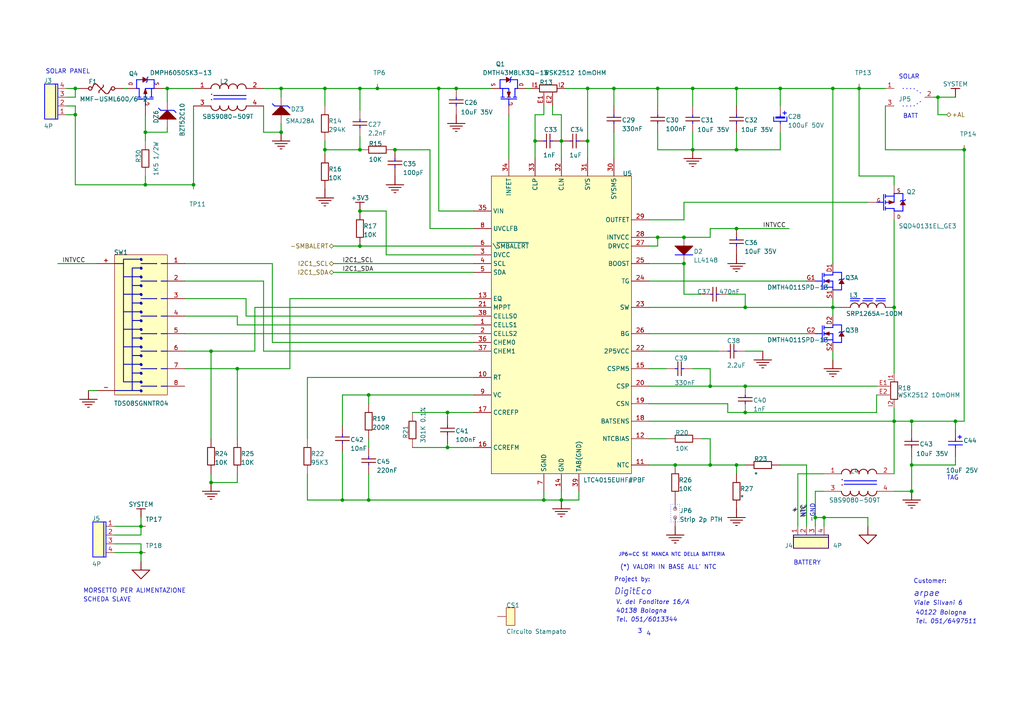
<source format=kicad_sch>
(kicad_sch (version 20230121) (generator eeschema)
  (paper "A4")
  (title_block (title "Stima V4 Power") (rev "1.1"))
  (junction (at 277.114 122.174))
  (junction (at 213.614 66.294))
  (junction (at 61.214 101.854))
  (junction (at 127.254 25.654))
  (junction (at 61.214 139.954))
  (junction (at 200.914 43.434))
  (junction (at 42.164 53.594))
  (junction (at 190.754 25.654))
  (junction (at 106.934 114.554))
  (junction (at 264.414 134.874))
  (junction (at 236.474 150.114))
  (junction (at 94.234 43.434))
  (junction (at 114.554 43.434))
  (junction (at 264.414 122.174))
  (junction (at 104.394 71.374))
  (junction (at 239.014 150.114))
  (junction (at 109.474 25.654))
  (junction (at 198.374 76.454))
  (junction (at 106.934 145.034))
  (junction (at 200.914 25.654))
  (junction (at 249.174 25.654))
  (junction (at 178.054 25.654))
  (junction (at 170.434 25.654))
  (junction (at 104.394 43.434))
  (junction (at 162.814 145.034))
  (junction (at 99.314 145.034))
  (junction (at 241.554 25.654))
  (junction (at 170.434 40.894))
  (junction (at 104.394 25.654))
  (junction (at 213.614 25.654))
  (junction (at 94.234 25.654))
  (junction (at 56.134 53.594))
  (junction (at 259.334 89.154))
  (junction (at 213.614 43.434))
  (junction (at 272.034 28.194))
  (junction (at 216.154 119.634))
  (junction (at 216.154 112.014))
  (junction (at 205.994 112.014))
  (junction (at 40.894 152.654))
  (junction (at 129.794 119.634))
  (junction (at 205.994 134.874))
  (junction (at 42.164 38.354))
  (junction (at 216.154 89.154))
  (junction (at 48.514 25.654))
  (junction (at 241.554 89.154))
  (junction (at 21.844 25.654))
  (junction (at 157.734 145.034))
  (junction (at 195.834 134.874))
  (junction (at 129.794 129.794))
  (junction (at 162.814 40.894))
  (junction (at 68.834 106.934))
  (junction (at 213.614 134.874))
  (junction (at 81.534 25.654))
  (junction (at 155.194 40.894))
  (junction (at 40.894 160.274))
  (junction (at 21.844 33.274))
  (junction (at 190.754 68.834))
  (junction (at 132.334 25.654))
  (junction (at 198.374 68.834))
  (junction (at 264.414 142.494))
  (junction (at 104.394 61.214))
  (junction (at 81.534 38.354))
  (junction (at 259.334 122.174))
  (junction (at 226.314 25.654))
  (junction (at 279.654 43.434))
  (wire (pts (xy 21.844 53.594) (xy 21.844 33.274)) (stroke (width 0.254)))
  (wire (pts (xy 198.374 68.834) (xy 205.994 68.834)) (stroke (width 0.254)))
  (wire (pts (xy 94.234 44.704) (xy 94.234 43.434)) (stroke (width 0.254)))
  (wire (pts (xy 106.934 145.034) (xy 157.734 145.034)) (stroke (width 0.254)))
  (wire (pts (xy 213.614 66.294) (xy 228.854 66.294)) (stroke (width 0.254)))
  (wire (pts (xy 157.734 145.034) (xy 162.814 145.034)) (stroke (width 0.254)))
  (wire (pts (xy 188.214 96.774) (xy 233.934 96.774)) (stroke (width 0.254)))
  (wire (pts (xy 37.084 25.654) (xy 35.814 25.654)) (stroke (width 0.254)))
  (wire (pts (xy 157.734 30.734) (xy 157.734 33.274)) (stroke (width 0.254)))
  (wire (pts (xy 231.394 137.414) (xy 239.014 137.414)) (stroke (width 0.254)))
  (wire (pts (xy 216.154 101.854) (xy 221.234 101.854)) (stroke (width 0.254)))
  (wire (pts (xy 236.474 150.114) (xy 239.014 150.114)) (stroke (width 0.254)))
  (wire (pts (xy 205.994 66.294) (xy 213.614 66.294)) (stroke (width 0.254)))
  (wire (pts (xy 270.764 28.194) (xy 272.034 28.194)) (stroke (width 0.254)))
  (wire (pts (xy 272.034 28.194) (xy 272.034 33.274)) (stroke (width 0.254)))
  (wire (pts (xy 89.154 145.034) (xy 99.314 145.034)) (stroke (width 0.254)))
  (wire (pts (xy 193.294 106.934) (xy 188.214 106.934)) (stroke (width 0.254)))
  (wire (pts (xy 244.094 89.154) (xy 241.554 89.154)) (stroke (width 0.254)))
  (wire (pts (xy 40.894 152.654) (xy 40.894 150.114)) (stroke (width 0.254)))
  (wire (pts (xy 106.934 114.554) (xy 99.314 114.554)) (stroke (width 0.254)))
  (wire (pts (xy 170.434 40.894) (xy 170.434 25.654)) (stroke (width 0.254)))
  (wire (pts (xy 241.554 89.154) (xy 241.554 86.614)) (stroke (width 0.254)))
  (wire (pts (xy 106.934 137.414) (xy 106.934 145.034)) (stroke (width 0.254)))
  (wire (pts (xy 249.174 51.054) (xy 249.174 25.654)) (stroke (width 0.254)))
  (wire (pts (xy 211.074 85.344) (xy 216.154 85.344)) (stroke (width 0.254)))
  (wire (pts (xy 78.994 99.314) (xy 78.994 76.454)) (stroke (width 0.254)))
  (wire (pts (xy 190.754 38.354) (xy 190.754 43.434)) (stroke (width 0.254)))
  (wire (pts (xy 162.814 142.494) (xy 162.814 145.034)) (stroke (width 0.254)))
  (wire (pts (xy 137.414 78.994) (xy 96.774 78.994)) (stroke (width 0.254)))
  (wire (pts (xy 137.414 76.454) (xy 96.774 76.454)) (stroke (width 0.254)))
  (wire (pts (xy 71.374 86.614) (xy 53.594 86.614)) (stroke (width 0.254)))
  (wire (pts (xy 157.734 142.494) (xy 157.734 145.034)) (stroke (width 0.254)))
  (wire (pts (xy 94.234 43.434) (xy 94.234 40.894)) (stroke (width 0.254)))
  (wire (pts (xy 42.164 38.354) (xy 42.164 40.894)) (stroke (width 0.254)))
  (wire (pts (xy 157.734 33.274) (xy 155.194 33.274)) (stroke (width 0.254)))
  (wire (pts (xy 155.194 40.894) (xy 155.194 45.974)) (stroke (width 0.254)))
  (wire (pts (xy 40.894 155.194) (xy 40.894 152.654)) (stroke (width 0.254)))
  (wire (pts (xy 205.994 134.874) (xy 213.614 134.874)) (stroke (width 0.254)))
  (wire (pts (xy 71.374 91.694) (xy 71.374 86.614)) (stroke (width 0.254)))
  (wire (pts (xy 61.214 101.854) (xy 53.594 101.854)) (stroke (width 0.254)))
  (wire (pts (xy 200.914 106.934) (xy 205.994 106.934)) (stroke (width 0.254)))
  (wire (pts (xy 254.254 119.634) (xy 254.254 114.554)) (stroke (width 0.254)))
  (wire (pts (xy 190.754 68.834) (xy 198.374 68.834)) (stroke (width 0.254)))
  (wire (pts (xy 188.214 127.254) (xy 193.294 127.254)) (stroke (width 0.254)))
  (wire (pts (xy 198.374 76.454) (xy 198.374 85.344)) (stroke (width 0.254)))
  (wire (pts (xy 190.754 25.654) (xy 178.054 25.654)) (stroke (width 0.254)))
  (wire (pts (xy 119.634 129.794) (xy 129.794 129.794)) (stroke (width 0.254)))
  (wire (pts (xy 277.114 134.874) (xy 264.414 134.874)) (stroke (width 0.254)))
  (wire (pts (xy 264.414 134.874) (xy 264.414 132.334)) (stroke (width 0.254)))
  (wire (pts (xy 99.314 131.064) (xy 99.314 145.034)) (stroke (width 0.254)))
  (wire (pts (xy 178.054 38.354) (xy 178.054 45.974)) (stroke (width 0.254)))
  (wire (pts (xy 213.614 43.434) (xy 226.314 43.434)) (stroke (width 0.254)))
  (wire (pts (xy 84.074 106.934) (xy 68.834 106.934)) (stroke (width 0.254)))
  (wire (pts (xy 226.314 30.734) (xy 226.314 25.654)) (stroke (width 0.254)))
  (wire (pts (xy 190.754 43.434) (xy 200.914 43.434)) (stroke (width 0.254)))
  (wire (pts (xy 124.714 43.434) (xy 114.554 43.434)) (stroke (width 0.254)))
  (wire (pts (xy 216.154 119.634) (xy 254.254 119.634)) (stroke (width 0.254)))
  (wire (pts (xy 170.434 40.894) (xy 170.434 45.974)) (stroke (width 0.254)))
  (wire (pts (xy 104.394 71.374) (xy 96.774 71.374)) (stroke (width 0.254)))
  (wire (pts (xy 137.414 109.474) (xy 89.154 109.474)) (stroke (width 0.254)))
  (wire (pts (xy 104.394 25.654) (xy 109.474 25.654)) (stroke (width 0.254)))
  (wire (pts (xy 76.454 38.354) (xy 81.534 38.354)) (stroke (width 0.254)))
  (wire (pts (xy 68.834 91.694) (xy 53.594 91.694)) (stroke (width 0.254)))
  (wire (pts (xy 68.834 139.954) (xy 61.214 139.954)) (stroke (width 0.254)))
  (wire (pts (xy 99.314 145.034) (xy 106.934 145.034)) (stroke (width 0.254)))
  (wire (pts (xy 68.834 137.414) (xy 68.834 139.954)) (stroke (width 0.254)))
  (wire (pts (xy 205.994 68.834) (xy 205.994 66.294)) (stroke (width 0.254)))
  (wire (pts (xy 78.994 76.454) (xy 53.594 76.454)) (stroke (width 0.254)))
  (wire (pts (xy 48.514 25.654) (xy 56.134 25.654)) (stroke (width 0.254)))
  (wire (pts (xy 84.074 86.614) (xy 84.074 106.934)) (stroke (width 0.254)))
  (wire (pts (xy 236.474 150.114) (xy 236.474 142.494)) (stroke (width 0.254)))
  (wire (pts (xy 73.914 89.154) (xy 73.914 101.854)) (stroke (width 0.254)))
  (wire (pts (xy 213.614 25.654) (xy 200.914 25.654)) (stroke (width 0.254)))
  (wire (pts (xy 162.814 33.274) (xy 162.814 40.894)) (stroke (width 0.254)))
  (wire (pts (xy 129.794 128.524) (xy 129.794 129.794)) (stroke (width 0.254)))
  (wire (pts (xy 33.274 152.654) (xy 40.894 152.654)) (stroke (width 0.254)))
  (wire (pts (xy 195.834 134.874) (xy 205.994 134.874)) (stroke (width 0.254)))
  (wire (pts (xy 94.234 30.734) (xy 94.234 25.654)) (stroke (width 0.254)))
  (wire (pts (xy 40.894 157.734) (xy 33.274 157.734)) (stroke (width 0.254)))
  (wire (pts (xy 259.334 142.494) (xy 264.414 142.494)) (stroke (width 0.254)))
  (wire (pts (xy 104.394 25.654) (xy 104.394 32.004)) (stroke (width 0.254)))
  (wire (pts (xy 73.914 101.854) (xy 61.214 101.854)) (stroke (width 0.254)))
  (wire (pts (xy 188.214 134.874) (xy 195.834 134.874)) (stroke (width 0.254)))
  (wire (pts (xy 124.714 66.294) (xy 124.714 43.434)) (stroke (width 0.254)))
  (wire (pts (xy 251.714 150.114) (xy 251.714 152.654)) (stroke (width 0.254)))
  (wire (pts (xy 16.764 76.454) (xy 28.194 76.454)) (stroke (width 0.254)))
  (wire (pts (xy 188.214 117.094) (xy 211.074 117.094)) (stroke (width 0.254)))
  (wire (pts (xy 233.934 152.654) (xy 233.934 134.874)) (stroke (width 0.254)))
  (wire (pts (xy 178.054 25.654) (xy 170.434 25.654)) (stroke (width 0.254)))
  (wire (pts (xy 137.414 73.914) (xy 112.014 73.914)) (stroke (width 0.254)))
  (wire (pts (xy 205.994 112.014) (xy 188.214 112.014)) (stroke (width 0.254)))
  (wire (pts (xy 61.214 127.254) (xy 61.214 101.854)) (stroke (width 0.254)))
  (wire (pts (xy 106.934 127.254) (xy 106.934 129.794)) (stroke (width 0.254)))
  (wire (pts (xy 213.614 134.874) (xy 216.154 134.874)) (stroke (width 0.254)))
  (wire (pts (xy 33.274 160.274) (xy 40.894 160.274)) (stroke (width 0.254)))
  (wire (pts (xy 213.614 137.414) (xy 213.614 134.874)) (stroke (width 0.254)))
  (wire (pts (xy 160.274 33.274) (xy 162.814 33.274)) (stroke (width 0.254)))
  (wire (pts (xy 47.244 25.654) (xy 48.514 25.654)) (stroke (width 0.254)))
  (wire (pts (xy 21.844 25.654) (xy 19.304 25.654)) (stroke (width 0.254)))
  (wire (pts (xy 190.754 71.374) (xy 190.754 68.834)) (stroke (width 0.254)))
  (wire (pts (xy 272.034 33.274) (xy 274.574 33.274)) (stroke (width 0.254)))
  (wire (pts (xy 205.994 127.254) (xy 203.454 127.254)) (stroke (width 0.254)))
  (wire (pts (xy 259.334 122.174) (xy 264.414 122.174)) (stroke (width 0.254)))
  (wire (pts (xy 259.334 53.594) (xy 259.334 51.054)) (stroke (width 0.254)))
  (wire (pts (xy 188.214 68.834) (xy 190.754 68.834)) (stroke (width 0.254)))
  (wire (pts (xy 160.274 30.734) (xy 160.274 33.274)) (stroke (width 0.254)))
  (wire (pts (xy 155.194 33.274) (xy 155.194 40.894)) (stroke (width 0.254)))
  (wire (pts (xy 137.414 94.234) (xy 68.834 94.234)) (stroke (width 0.254)))
  (wire (pts (xy 129.794 119.634) (xy 119.634 119.634)) (stroke (width 0.254)))
  (wire (pts (xy 129.794 129.794) (xy 137.414 129.794)) (stroke (width 0.254)))
  (wire (pts (xy 19.304 28.194) (xy 21.844 28.194)) (stroke (width 0.254)))
  (wire (pts (xy 264.414 122.174) (xy 264.414 124.714)) (stroke (width 0.254)))
  (wire (pts (xy 231.394 152.654) (xy 231.394 137.414)) (stroke (width 0.254)))
  (wire (pts (xy 264.414 122.174) (xy 277.114 122.174)) (stroke (width 0.254)))
  (wire (pts (xy 152.654 25.654) (xy 153.924 25.654)) (stroke (width 0.254)))
  (wire (pts (xy 259.334 51.054) (xy 249.174 51.054)) (stroke (width 0.254)))
  (wire (pts (xy 56.134 53.594) (xy 42.164 53.594)) (stroke (width 0.254)))
  (wire (pts (xy 112.014 61.214) (xy 104.394 61.214)) (stroke (width 0.254)))
  (wire (pts (xy 127.254 25.654) (xy 132.334 25.654)) (stroke (width 0.254)))
  (wire (pts (xy 239.014 150.114) (xy 239.014 152.654)) (stroke (width 0.254)))
  (wire (pts (xy 264.414 142.494) (xy 264.414 134.874)) (stroke (width 0.254)))
  (wire (pts (xy 200.914 25.654) (xy 190.754 25.654)) (stroke (width 0.254)))
  (wire (pts (xy 40.894 160.274) (xy 40.894 157.734)) (stroke (width 0.254)))
  (wire (pts (xy 170.434 25.654) (xy 164.084 25.654)) (stroke (width 0.254)))
  (wire (pts (xy 277.114 122.174) (xy 277.114 124.714)) (stroke (width 0.254)))
  (wire (pts (xy 162.814 145.034) (xy 167.894 145.034)) (stroke (width 0.254)))
  (wire (pts (xy 137.414 86.614) (xy 84.074 86.614)) (stroke (width 0.254)))
  (wire (pts (xy 241.554 91.694) (xy 241.554 89.154)) (stroke (width 0.254)))
  (wire (pts (xy 213.614 43.434) (xy 213.614 38.354)) (stroke (width 0.254)))
  (wire (pts (xy 200.914 30.734) (xy 200.914 25.654)) (stroke (width 0.254)))
  (wire (pts (xy 205.994 134.874) (xy 205.994 127.254)) (stroke (width 0.254)))
  (wire (pts (xy 226.314 25.654) (xy 213.614 25.654)) (stroke (width 0.254)))
  (wire (pts (xy 81.534 25.654) (xy 81.534 28.194)) (stroke (width 0.254)))
  (wire (pts (xy 40.894 162.814) (xy 40.894 160.274)) (stroke (width 0.254)))
  (wire (pts (xy 137.414 71.374) (xy 104.394 71.374)) (stroke (width 0.254)))
  (wire (pts (xy 216.154 85.344) (xy 216.154 89.154)) (stroke (width 0.254)))
  (wire (pts (xy 106.934 114.554) (xy 106.934 117.094)) (stroke (width 0.254)))
  (wire (pts (xy 188.214 101.854) (xy 208.534 101.854)) (stroke (width 0.254)))
  (wire (pts (xy 137.414 119.634) (xy 129.794 119.634)) (stroke (width 0.254)))
  (wire (pts (xy 56.134 30.734) (xy 56.134 53.594)) (stroke (width 0.254)))
  (wire (pts (xy 254.254 112.014) (xy 216.154 112.014)) (stroke (width 0.254)))
  (wire (pts (xy 28.194 113.284) (xy 25.654 113.284)) (stroke (width 0.254)))
  (wire (pts (xy 167.894 145.034) (xy 167.894 142.494)) (stroke (width 0.254)))
  (wire (pts (xy 94.234 25.654) (xy 104.394 25.654)) (stroke (width 0.254)))
  (wire (pts (xy 89.154 109.474) (xy 89.154 127.254)) (stroke (width 0.254)))
  (wire (pts (xy 68.834 106.934) (xy 53.594 106.934)) (stroke (width 0.254)))
  (wire (pts (xy 188.214 76.454) (xy 198.374 76.454)) (stroke (width 0.254)))
  (wire (pts (xy 188.214 63.754) (xy 198.374 63.754)) (stroke (width 0.254)))
  (wire (pts (xy 198.374 63.754) (xy 198.374 58.674)) (stroke (width 0.254)))
  (wire (pts (xy 241.554 25.654) (xy 241.554 76.454)) (stroke (width 0.254)))
  (wire (pts (xy 137.414 66.294) (xy 124.714 66.294)) (stroke (width 0.254)))
  (wire (pts (xy 233.934 134.874) (xy 226.314 134.874)) (stroke (width 0.254)))
  (wire (pts (xy 137.414 101.854) (xy 76.454 101.854)) (stroke (width 0.254)))
  (wire (pts (xy 162.814 40.894) (xy 162.814 45.974)) (stroke (width 0.254)))
  (wire (pts (xy 216.154 89.154) (xy 241.554 89.154)) (stroke (width 0.254)))
  (wire (pts (xy 21.844 30.734) (xy 19.304 30.734)) (stroke (width 0.254)))
  (wire (pts (xy 68.834 127.254) (xy 68.834 106.934)) (stroke (width 0.254)))
  (wire (pts (xy 188.214 122.174) (xy 259.334 122.174)) (stroke (width 0.254)))
  (wire (pts (xy 272.034 28.194) (xy 277.114 28.194)) (stroke (width 0.254)))
  (wire (pts (xy 127.254 61.214) (xy 127.254 25.654)) (stroke (width 0.254)))
  (wire (pts (xy 188.214 81.534) (xy 233.934 81.534)) (stroke (width 0.254)))
  (wire (pts (xy 259.334 108.204) (xy 259.334 89.154)) (stroke (width 0.254)))
  (wire (pts (xy 236.474 142.494) (xy 239.014 142.494)) (stroke (width 0.254)))
  (wire (pts (xy 236.474 152.654) (xy 236.474 150.114)) (stroke (width 0.254)))
  (wire (pts (xy 23.114 25.654) (xy 21.844 25.654)) (stroke (width 0.254)))
  (wire (pts (xy 137.414 96.774) (xy 53.594 96.774)) (stroke (width 0.254)))
  (wire (pts (xy 249.174 25.654) (xy 241.554 25.654)) (stroke (width 0.254)))
  (wire (pts (xy 241.554 104.394) (xy 241.554 101.854)) (stroke (width 0.254)))
  (wire (pts (xy 42.164 51.054) (xy 42.164 53.594)) (stroke (width 0.254)))
  (wire (pts (xy 61.214 139.954) (xy 61.214 137.414)) (stroke (width 0.254)))
  (wire (pts (xy 33.274 155.194) (xy 40.894 155.194)) (stroke (width 0.254)))
  (wire (pts (xy 21.844 28.194) (xy 21.844 25.654)) (stroke (width 0.254)))
  (wire (pts (xy 216.154 112.014) (xy 205.994 112.014)) (stroke (width 0.254)))
  (wire (pts (xy 200.914 43.434) (xy 213.614 43.434)) (stroke (width 0.254)))
  (wire (pts (xy 259.334 118.364) (xy 259.334 122.174)) (stroke (width 0.254)))
  (wire (pts (xy 112.014 73.914) (xy 112.014 61.214)) (stroke (width 0.254)))
  (wire (pts (xy 211.074 119.634) (xy 216.154 119.634)) (stroke (width 0.254)))
  (wire (pts (xy 132.334 25.654) (xy 142.494 25.654)) (stroke (width 0.254)))
  (wire (pts (xy 277.114 122.174) (xy 279.654 122.174)) (stroke (width 0.254)))
  (wire (pts (xy 188.214 71.374) (xy 190.754 71.374)) (stroke (width 0.254)))
  (wire (pts (xy 279.654 43.434) (xy 256.794 43.434)) (stroke (width 0.254)))
  (wire (pts (xy 277.114 132.334) (xy 277.114 134.874)) (stroke (width 0.254)))
  (wire (pts (xy 19.304 33.274) (xy 21.844 33.274)) (stroke (width 0.254)))
  (wire (pts (xy 190.754 30.734) (xy 190.754 25.654)) (stroke (width 0.254)))
  (wire (pts (xy 137.414 89.154) (xy 73.914 89.154)) (stroke (width 0.254)))
  (wire (pts (xy 256.794 25.654) (xy 249.174 25.654)) (stroke (width 0.254)))
  (wire (pts (xy 137.414 61.214) (xy 127.254 61.214)) (stroke (width 0.254)))
  (wire (pts (xy 109.474 25.654) (xy 127.254 25.654)) (stroke (width 0.254)))
  (wire (pts (xy 198.374 85.344) (xy 203.454 85.344)) (stroke (width 0.254)))
  (wire (pts (xy 239.014 150.114) (xy 251.714 150.114)) (stroke (width 0.254)))
  (wire (pts (xy 48.514 29.464) (xy 48.514 25.654)) (stroke (width 0.254)))
  (wire (pts (xy 104.394 39.624) (xy 104.394 43.434)) (stroke (width 0.254)))
  (wire (pts (xy 137.414 91.694) (xy 71.374 91.694)) (stroke (width 0.254)))
  (wire (pts (xy 256.794 43.434) (xy 256.794 30.734)) (stroke (width 0.254)))
  (wire (pts (xy 137.414 114.554) (xy 106.934 114.554)) (stroke (width 0.254)))
  (wire (pts (xy 48.514 38.354) (xy 48.514 37.084)) (stroke (width 0.254)))
  (wire (pts (xy 89.154 137.414) (xy 89.154 145.034)) (stroke (width 0.254)))
  (wire (pts (xy 76.454 81.534) (xy 53.594 81.534)) (stroke (width 0.254)))
  (wire (pts (xy 129.794 120.904) (xy 129.794 119.634)) (stroke (width 0.254)))
  (wire (pts (xy 99.314 114.554) (xy 99.314 123.444)) (stroke (width 0.254)))
  (wire (pts (xy 279.654 122.174) (xy 279.654 43.434)) (stroke (width 0.254)))
  (wire (pts (xy 241.554 25.654) (xy 226.314 25.654)) (stroke (width 0.254)))
  (wire (pts (xy 104.394 43.434) (xy 94.234 43.434)) (stroke (width 0.254)))
  (wire (pts (xy 68.834 94.234) (xy 68.834 91.694)) (stroke (width 0.254)))
  (wire (pts (xy 42.164 38.354) (xy 48.514 38.354)) (stroke (width 0.254)))
  (wire (pts (xy 76.454 101.854) (xy 76.454 81.534)) (stroke (width 0.254)))
  (wire (pts (xy 200.914 43.434) (xy 200.914 38.354)) (stroke (width 0.254)))
  (wire (pts (xy 211.074 117.094) (xy 211.074 119.634)) (stroke (width 0.254)))
  (wire (pts (xy 21.844 33.274) (xy 21.844 30.734)) (stroke (width 0.254)))
  (wire (pts (xy 76.454 30.734) (xy 76.454 38.354)) (stroke (width 0.254)))
  (wire (pts (xy 198.374 58.674) (xy 251.714 58.674)) (stroke (width 0.254)))
  (wire (pts (xy 147.574 33.274) (xy 147.574 45.974)) (stroke (width 0.254)))
  (wire (pts (xy 178.054 30.734) (xy 178.054 25.654)) (stroke (width 0.254)))
  (wire (pts (xy 226.314 43.434) (xy 226.314 38.354)) (stroke (width 0.254)))
  (wire (pts (xy 137.414 99.314) (xy 78.994 99.314)) (stroke (width 0.254)))
  (wire (pts (xy 216.154 89.154) (xy 188.214 89.154)) (stroke (width 0.254)))
  (wire (pts (xy 42.164 53.594) (xy 21.844 53.594)) (stroke (width 0.254)))
  (wire (pts (xy 81.534 38.354) (xy 81.534 35.814)) (stroke (width 0.254)))
  (wire (pts (xy 76.454 25.654) (xy 81.534 25.654)) (stroke (width 0.254)))
  (wire (pts (xy 259.334 89.154) (xy 259.334 63.754)) (stroke (width 0.254)))
  (wire (pts (xy 81.534 25.654) (xy 94.234 25.654)) (stroke (width 0.254)))
  (wire (pts (xy 213.614 30.734) (xy 213.614 25.654)) (stroke (width 0.254)))
  (wire (pts (xy 205.994 106.934) (xy 205.994 112.014)) (stroke (width 0.254)))
  (wire (pts (xy 259.334 137.414) (xy 259.334 122.174)) (stroke (width 0.254)))
  (wire (pts (xy 42.164 33.274) (xy 42.164 38.354)) (stroke (width 0.254)))
  (text "4" (at 187.452 184.658 0) (effects (font (size 1.27 1.27)) (justify left bottom)))
  (text "Viale Silvani 6" (at 264.922 175.768 0) (effects (font (size 1.27 1.27) italic) (justify left bottom)))
  (text "SCHEDA SLAVE" (at 24.13 174.752 0) (effects (font (size 1.27 1.27)) (justify left bottom)))
  (text "MORSETTO PER ALIMENTAZIONE" (at 24.13 172.212 0) (effects (font (size 1.27 1.27)) (justify left bottom)))
  (text "+" (at 231.394 148.844 90) (effects (font (size 1.27 1.27)) (justify left bottom)))
  (text "JP6=CC SE MANCA NTC DELLA BATTERIA" (at 179.324 161.544 0) (effects (font (size 1.016 1.016)) (justify left bottom)))
  (text "DigitEco" (at 178.054 172.72 0) (effects (font (size 1.778 1.778) italic) (justify left bottom)))
  (text "" (at 265.43 178.562 0) (effects (font (size 1.27 1.27) italic) (justify left bottom)))
  (text "" (at 265.43 181.102 0) (effects (font (size 1.27 1.27) italic) (justify left bottom)))
  (text "BATT" (at 261.874 34.544 0) (effects (font (size 1.27 1.27)) (justify left bottom)))
  (text "Tel. 051/6013344" (at 178.562 180.594 0) (effects (font (size 1.27 1.27) italic) (justify left bottom)))
  (text "Tel. 051/6497511" (at 265.43 181.102 0) (effects (font (size 1.27 1.27) italic) (justify left bottom)))
  (text "V. del Fonditore 16/A" (at 178.562 175.514 0) (effects (font (size 1.27 1.27) italic) (justify left bottom)))
  (text "(*) VALORI IN BASE ALL' NTC" (at 179.832 165.354 0) (effects (font (size 1.27 1.27)) (justify left bottom)))
  (text "Customer:" (at 264.922 169.418 0) (effects (font (size 1.27 1.27)) (justify left bottom)))
  (text "40122 Bologna" (at 265.43 178.562 0) (effects (font (size 1.27 1.27) italic) (justify left bottom)))
  (text "TAG" (at 274.574 139.446 0) (effects (font (size 1.27 1.27)) (justify left bottom)))
  (text "40138 Bologna" (at 178.562 178.054 0) (effects (font (size 1.27 1.27) italic) (justify left bottom)))
  (text "NTC" (at 233.934 150.114 90) (effects (font (size 1.27 1.27)) (justify left bottom)))
  (text "arpae" (at 264.922 173.228 0) (effects (font (size 1.778 1.778) italic) (justify left bottom)))
  (text "SOLAR PANEL" (at 13.208 21.59 0) (effects (font (size 1.27 1.27)) (justify left bottom)))
  (text "" (at 264.922 173.228 0) (effects (font (size 1.778 1.778) italic) (justify left bottom)))
  (text "SOLAR" (at 260.604 23.114 0) (effects (font (size 1.27 1.27)) (justify left bottom)))
  (text "3" (at 184.912 183.896 0) (effects (font (size 1.27 1.27)) (justify left bottom)))
  (text "BATTERY" (at 230.124 164.084 0) (effects (font (size 1.27 1.27)) (justify left bottom)))
  (text "GND" (at 236.474 150.114 90) (effects (font (size 1.27 1.27)) (justify left bottom)))
  (text "Project by:" (at 178.054 168.91 0) (effects (font (size 1.27 1.27)) (justify left bottom)))
  (text "" (at 265.43 176.022 0) (effects (font (size 1.27 1.27) italic) (justify left bottom)))
  (label "I2C1_SCL" (at 99.314 76.454 180))
  (label "I2C1_SDA" (at 99.314 78.994 180))
  (label "INTVCC" (at 221.234 66.294 180))
  (label "+" (at 231.394 148.844 270))
  (label "-" (at 236.474 151.384 270))
  (label "NTC" (at 233.934 150.114 270))
  (label "INTVCC" (at 18.034 76.454 180))
  (hierarchical_label "I2C1_SCL" (shape bidirectional) (at 96.774 76.454 180))
  (hierarchical_label "-SMBALERT" (shape bidirectional) (at 96.774 71.374 180))
  (hierarchical_label "+AL" (shape bidirectional) (at 274.574 33.274 0))
  (hierarchical_label "I2C1_SDA" (shape bidirectional) (at 96.774 78.994 180))
  (symbol (lib_id "Stima V4 Power R1_1-altium-import:EGND") (at 251.714 152.654 0) (unit 1)
    (property "Reference" "#PWR?" (effects hide))
    (property "Value" "EGND" (effects hide))
  )
  (symbol (lib_id "Stima V4 Power R1_1-altium-import:root_1_Res 0603") (at 193.294 142.494 0) (unit 1)
    (property "Reference" "R26" (at 196.85 139.954 0) (effects (justify left bottom)))
    (property "Value" "10K" (at 196.85 142.494 0) (effects (justify left bottom)))
    (property "Footprint" "0603" (effects hide))
    (property "ALTIUM_VALUE" "10K" (effects hide))
    (property "PRECISION" "1%" (effects hide))
    (property "PACKAGE REFERENCE" "0603" (effects hide))
    (property "POWER" "1/10W" (effects hide))
  )
  (symbol (lib_id "Stima V4 Power R1_1-altium-import:root_1_C0603") (at 205.994 85.344 0) (unit 1)
    (property "Reference" "C37" (at 202.184 85.344 0) (effects (justify left bottom)))
    (property "Value" "470nF" (at 208.534 85.344 0) (effects (justify left bottom)))
    (property "Footprint" "0603" (effects hide))
    (property "PACKAGE REFERENCE" "0603" (effects hide))
    (property "TYPE" "Multistrato X5R/X7R" (effects hide))
    (property "ALTIUM_VALUE" "470nF" (effects hide))
    (property "VOLTAGE" "50V" (effects hide))
  )
  (symbol (lib_id "Stima V4 Power R1_1-altium-import:root_0_FILTRO KEMETSBS9080") (at 239.014 137.414 0) (unit 1)
    (property "Reference" "L4" (at 246.634 137.414 0) (effects (justify left bottom)))
    (property "Value" "SBS9080-509T" (at 240.419 145.796 0) (effects (justify left bottom)))
    (property "Footprint" "FILTRO KEMET SBS9080-MIO" (effects hide))
    (property "PACKAGE REFERENCE" "SMD" (effects hide))
  )
  (symbol (lib_id "Stima V4 Power R1_1-altium-import:root_0_JUMP1") (at 194.564 146.304 0) (unit 1)
    (property "Reference" "JP6" (at 197.104 148.844 0) (effects (justify left bottom)))
    (property "Value" "Strip 2p PTH" (at 197.104 151.384 0) (effects (justify left bottom)))
    (property "Footprint" "STRIP2P" (effects hide))
  )
  (symbol (lib_id "Stima V4 Power R1_1-altium-import:root_0_JUMP3S") (at 260.604 25.654 0) (unit 1)
    (property "Reference" "JP5" (at 260.604 29.464 0) (effects (justify left bottom)))
    (property "Value" "JUMP3S" (effects hide))
    (property "Footprint" "JUMP3S" (effects hide))
  )
  (symbol (lib_id "Stima V4 Power R1_1-altium-import:root_1_Res 0603") (at 66.294 134.874 0) (unit 1)
    (property "Reference" "R25" (at 69.85 132.334 0) (effects (justify left bottom)))
    (property "Value" "10K" (at 69.85 134.874 0) (effects (justify left bottom)))
    (property "Footprint" "0603" (effects hide))
    (property "ALTIUM_VALUE" "10K" (effects hide))
    (property "PRECISION" "1%" (effects hide))
    (property "PACKAGE REFERENCE" "0603" (effects hide))
    (property "POWER" "1/10W" (effects hide))
  )
  (symbol (lib_id "Stima V4 Power R1_1-altium-import:GND") (at 81.534 38.354 0) (unit 1)
    (property "Reference" "#PWR?" (effects hide))
    (property "Value" "GND" (effects hide))
  )
  (symbol (lib_id "Stima V4 Power R1_1-altium-import:root_0_FILTRO KEMETSBS9080") (at 56.134 25.654 0) (unit 1)
    (property "Reference" "L2" (at 63.754 24.384 0) (effects (justify left bottom)))
    (property "Value" "SBS9080-509T" (at 58.674 34.544 0) (effects (justify left bottom)))
    (property "Footprint" "FILTRO KEMET SBS9080-MIO" (effects hide))
    (property "PACKAGE REFERENCE" "SMD" (effects hide))
  )
  (symbol (lib_id "Stima V4 Power R1_1-altium-import:root_0_DMTH4011SPD") (at 236.474 94.234 0) (unit 2)
    (property "Reference" "Q3" (at 245.11 96.52 0) (effects (justify left bottom)))
    (property "Value" "DMTH4011SPD-13" (at 222.504 99.314 0) (effects (justify left bottom)))
    (property "Footprint" "POWERDI5060-8-MIO" (effects hide))
    (property "PACKAGE REFERENCE" "POWERDI5060-8" (effects hide))
  )
  (symbol (lib_id "Stima V4 Power R1_1-altium-import:GND") (at 61.214 139.954 0) (unit 1)
    (property "Reference" "#PWR?" (effects hide))
    (property "Value" "GND" (effects hide))
  )
  (symbol (lib_id "Stima V4 Power R1_1-altium-import:root_1_Res 0603") (at 117.094 127.254 0) (unit 1)
    (property "Reference" "R21" (at 118.364 127.254 90) (effects (justify left bottom)))
    (property "Value" "301K 0.1%" (at 123.444 128.524 90) (effects (justify left bottom)))
    (property "Footprint" "0603" (effects hide))
    (property "ALTIUM_VALUE" "301K" (effects hide))
    (property "PRECISION" "0.1%" (effects hide))
    (property "PACKAGE REFERENCE" "0603" (effects hide))
    (property "POWER" "1/10W" (effects hide))
  )
  (symbol (lib_id "Stima V4 Power R1_1-altium-import:root_1_mirrored_DMTH43M8LK3Q") (at 150.114 30.734 0) (unit 1)
    (property "Reference" "Q1" (at 143.764 19.304 0) (effects (justify left bottom)))
    (property "Value" "DMTH43M8LK3Q-13" (at 139.954 21.844 0) (effects (justify left bottom)))
    (property "Footprint" "TO252 (DPAK)" (effects hide))
    (property "PACKAGE REFERENCE" "TO252 (DPAK)" (effects hide))
  )
  (symbol (lib_id "Stima V4 Power R1_1-altium-import:root_1_C0603") (at 195.834 106.934 0) (unit 1)
    (property "Reference" "C39" (at 195.58 104.648 0) (effects (justify left bottom)))
    (property "Value" "330nF" (at 195.58 111.76 0) (effects (justify left bottom)))
    (property "Footprint" "0805" (effects hide))
    (property "PACKAGE REFERENCE" "0805" (effects hide))
    (property "TYPE" "Multistrato X5R/X7R" (effects hide))
    (property "ALTIUM_VALUE" "330nF" (effects hide))
    (property "VOLTAGE" "50V" (effects hide))
  )
  (symbol (lib_id "Stima V4 Power R1_1-altium-import:root_0_TestPoint") (at 42.164 151.384 0) (unit 1)
    (property "Reference" "TP17" (at 42.164 151.384 0) (effects (justify left bottom)))
    (property "Value" "TestPoint" (effects hide))
    (property "Footprint" "TP" (effects hide))
  )
  (symbol (lib_id "Stima V4 Power R1_1-altium-import:EGND") (at 40.894 162.814 0) (unit 1)
    (property "Reference" "#PWR?" (effects hide))
    (property "Value" "EGND" (effects hide))
  )
  (symbol (lib_id "Stima V4 Power R1_1-altium-import:root_1_Res 0603") (at 91.694 38.354 0) (unit 1)
    (property "Reference" "R14" (at 95.25 35.814 0) (effects (justify left bottom)))
    (property "Value" "294K" (at 95.25 38.354 0) (effects (justify left bottom)))
    (property "Footprint" "0603" (effects hide))
    (property "ALTIUM_VALUE" "294K" (effects hide))
    (property "PRECISION" "1%" (effects hide))
    (property "PACKAGE REFERENCE" "0603" (effects hide))
    (property "POWER" "1/10W" (effects hide))
  )
  (symbol (lib_id "Stima V4 Power R1_1-altium-import:root_0_mirrored_Mors 4p px") (at 30.734 151.384 0) (unit 1)
    (property "Reference" "J5" (at 26.67 151.13 0) (effects (justify left bottom)))
    (property "Value" "4P" (at 26.67 164.338 0) (effects (justify left bottom)))
    (property "Footprint" "CONN_4P-P508" (effects hide))
    (property "PACKAGE REFERENCE" "Trad." (effects hide))
    (property "TYPE" "Sauro" (effects hide))
  )
  (symbol (lib_id "Stima V4 Power R1_1-altium-import:root_0_C0603") (at 200.914 33.274 0) (unit 1)
    (property "Reference" "C31" (at 203.2 35.56 0) (effects (justify left bottom)))
    (property "Value" "10uF 35V" (at 202.184 38.354 0) (effects (justify left bottom)))
    (property "Footprint" "0603" (effects hide))
    (property "PACKAGE REFERENCE" "0603" (effects hide))
    (property "TYPE" "Multistrato X5R/X7R" (effects hide))
    (property "ALTIUM_VALUE" "10uF" (effects hide))
    (property "VOLTAGE" "35V" (effects hide))
  )
  (symbol (lib_id "Stima V4 Power R1_1-altium-import:root_0_LTC4015") (at 142.494 51.054 0) (unit 1)
    (property "Reference" "U5" (at 180.594 51.054 0) (effects (justify left bottom)))
    (property "Value" "LTC4015EUHF#PBF" (at 169.164 139.954 0) (effects (justify left bottom)))
    (property "Footprint" "UHF QFN38 MIO" (effects hide))
    (property "PACKAGE REFERENCE" "UHF QFN38" (effects hide))
  )
  (symbol (lib_id "Stima V4 Power R1_1-altium-import:GND") (at 195.834 152.654 0) (unit 1)
    (property "Reference" "#PWR?" (effects hide))
    (property "Value" "GND" (effects hide))
  )
  (symbol (lib_id "Stima V4 Power R1_1-altium-import:+3V3") (at 104.394 61.214 180) (unit 1)
    (property "Reference" "#PWR?" (effects hide))
    (property "Value" "+3V3" (at 104.394 57.404 0))
  )
  (symbol (lib_id "Stima V4 Power R1_1-altium-import:root_0_C0603") (at 114.554 45.974 0) (unit 1)
    (property "Reference" "C35" (at 116.84 48.26 0) (effects (justify left bottom)))
    (property "Value" "100pF" (at 116.84 50.8 0) (effects (justify left bottom)))
    (property "Footprint" "0603" (effects hide))
    (property "PACKAGE REFERENCE" "0603" (effects hide))
    (property "TYPE" "Multistrato X5R/X7R" (effects hide))
    (property "ALTIUM_VALUE" "100pF" (effects hide))
    (property "VOLTAGE" "50V" (effects hide))
  )
  (symbol (lib_id "Stima V4 Power R1_1-altium-import:root_3_RES CURRENT SENSE 4P") (at 259.334 108.204 0) (unit 1)
    (property "Reference" "R18" (at 260.35 113.284 0) (effects (justify left bottom)))
    (property "Value" "WSK2512 10mOHM" (at 260.35 115.316 0) (effects (justify left bottom)))
    (property "Footprint" "RES CURRSENS 4P WSK2512" (effects hide))
    (property "PACKAGE REFERENCE" "SMD" (effects hide))
  )
  (symbol (lib_id "Stima V4 Power R1_1-altium-import:root_0_C0603") (at 132.334 28.194 0) (unit 1)
    (property "Reference" "C26" (at 134.62 30.48 0) (effects (justify left bottom)))
    (property "Value" "10uF 35V" (at 133.604 33.274 0) (effects (justify left bottom)))
    (property "Footprint" "0603" (effects hide))
    (property "PACKAGE REFERENCE" "0603" (effects hide))
    (property "TYPE" "Multistrato X5R/X7R" (effects hide))
    (property "ALTIUM_VALUE" "10uF" (effects hide))
    (property "VOLTAGE" "35V" (effects hide))
  )
  (symbol (lib_id "Stima V4 Power R1_1-altium-import:root_0_Coil SRR1208 Bourns") (at 246.634 86.614 0) (unit 1)
    (property "Reference" "L3" (at 246.38 86.36 0) (effects (justify left bottom)))
    (property "Value" "SRP1265A-100M" (at 245.364 91.694 0) (effects (justify left bottom)))
    (property "Footprint" "COIL BOURNS SRP1265A-MIO" (effects hide))
    (property "PACKAGE REFERENCE" "SMD" (effects hide))
  )
  (symbol (lib_id "Stima V4 Power R1_1-altium-import:root_0_Zener SMD") (at 48.514 32.004 0) (unit 1)
    (property "Reference" "DZ6" (at 45.974 35.814 90) (effects (justify left bottom)))
    (property "Value" "BZT52C10" (at 53.594 39.624 90) (effects (justify left bottom)))
    (property "Footprint" "SOD-123" (effects hide))
    (property "PACKAGE REFERENCE" "SOD80" (effects hide))
  )
  (symbol (lib_id "Stima V4 Power R1_1-altium-import:root_0_C0603") (at 264.414 127.254 0) (unit 1)
    (property "Reference" "C43" (at 266.7 129.54 0) (effects (justify left bottom)))
    (property "Value" "10uF 35V" (at 265.684 132.334 0) (effects (justify left bottom)))
    (property "Footprint" "0603" (effects hide))
    (property "PACKAGE REFERENCE" "0603" (effects hide))
    (property "TYPE" "Multistrato X5R/X7R" (effects hide))
    (property "ALTIUM_VALUE" "10uF" (effects hide))
    (property "VOLTAGE" "35V" (effects hide))
  )
  (symbol (lib_id "Stima V4 Power R1_1-altium-import:root_0_Res 0603") (at 106.934 40.894 0) (unit 1)
    (property "Reference" "R15" (at 106.934 42.418 0) (effects (justify left bottom)))
    (property "Value" "10K" (at 106.934 46.99 0) (effects (justify left bottom)))
    (property "Footprint" "0603" (effects hide))
    (property "ALTIUM_VALUE" "10K" (effects hide))
    (property "PRECISION" "1%" (effects hide))
    (property "PACKAGE REFERENCE" "0603" (effects hide))
    (property "POWER" "1/10W" (effects hide))
  )
  (symbol (lib_id "Stima V4 Power R1_1-altium-import:root_0_C0603") (at 129.794 123.444 0) (unit 1)
    (property "Reference" "C41" (at 132.08 125.73 0) (effects (justify left bottom)))
    (property "Value" "100nF" (at 132.08 128.27 0) (effects (justify left bottom)))
    (property "Footprint" "0603" (effects hide))
    (property "PACKAGE REFERENCE" "0603" (effects hide))
    (property "TYPE" "Multistrato X5R/X7R" (effects hide))
    (property "ALTIUM_VALUE" "100nF" (effects hide))
    (property "VOLTAGE" "50V" (effects hide))
  )
  (symbol (lib_id "Stima V4 Power R1_1-altium-import:root_0_C0603") (at 99.314 125.984 0) (unit 1)
    (property "Reference" "C42" (at 101.6 128.27 0) (effects (justify left bottom)))
    (property "Value" "10nF" (at 101.6 130.81 0) (effects (justify left bottom)))
    (property "Footprint" "0603" (effects hide))
    (property "PACKAGE REFERENCE" "0603" (effects hide))
    (property "TYPE" "Multistrato X5R/X7R" (effects hide))
    (property "ALTIUM_VALUE" "10nF" (effects hide))
    (property "VOLTAGE" "50V" (effects hide))
  )
  (symbol (lib_id "Stima V4 Power R1_1-altium-import:root_3_mirrored_Mors 4p px") (at 230.124 155.194 0) (unit 1)
    (property "Reference" "J4" (at 227.584 159.004 0) (effects (justify left bottom)))
    (property "Value" "4P" (at 241.554 159.004 0) (effects (justify left bottom)))
    (property "Footprint" "CONN_4P-P508" (effects hide))
    (property "PACKAGE REFERENCE" "Trad." (effects hide))
    (property "TYPE" "Sauro" (effects hide))
  )
  (symbol (lib_id "Stima V4 Power R1_1-altium-import:GND") (at 25.654 113.284 0) (unit 1)
    (property "Reference" "#PWR?" (effects hide))
    (property "Value" "GND" (effects hide))
  )
  (symbol (lib_id "Stima V4 Power R1_1-altium-import:root_1_Res 0603") (at 86.614 134.874 0) (unit 1)
    (property "Reference" "R22" (at 90.17 132.334 0) (effects (justify left bottom)))
    (property "Value" "95K3" (at 90.17 134.874 0) (effects (justify left bottom)))
    (property "Footprint" "0603" (effects hide))
    (property "ALTIUM_VALUE" "95K3" (effects hide))
    (property "PRECISION" "1%" (effects hide))
    (property "PACKAGE REFERENCE" "0603" (effects hide))
    (property "POWER" "1/10W" (effects hide))
  )
  (symbol (lib_id "Stima V4 Power R1_1-altium-import:root_3_Res 0603") (at 106.934 63.754 0) (unit 1)
    (property "Reference" "R17" (at 105.41 66.294 0) (effects (justify left bottom)))
    (property "Value" "10K" (at 105.41 68.834 0) (effects (justify left bottom)))
    (property "Footprint" "0603" (effects hide))
    (property "ALTIUM_VALUE" "10K" (effects hide))
    (property "PRECISION" "1%" (effects hide))
    (property "PACKAGE REFERENCE" "0603" (effects hide))
    (property "POWER" "1/10W" (effects hide))
  )
  (symbol (lib_id "Stima V4 Power R1_1-altium-import:root_0_SQD40131EL") (at 254.254 56.134 0) (unit 1)
    (property "Reference" "Q2" (at 262.89 56.388 0) (effects (justify left bottom)))
    (property "Value" "SQD40131EL_GE3" (at 260.604 66.294 0) (effects (justify left bottom)))
    (property "Footprint" "TO252 (DPAK)" (effects hide))
    (property "PACKAGE REFERNCE" "TO252 (DPAK)" (effects hide))
  )
  (symbol (lib_id "Stima V4 Power R1_1-altium-import:root_0_Fuse Thermal") (at 25.654 23.114 0) (unit 1)
    (property "Reference" "F1" (at 25.654 24.384 0) (effects (justify left bottom)))
    (property "Value" "MMF-USML600/6-2" (at 23.114 29.464 0) (effects (justify left bottom)))
    (property "Footprint" "1210" (effects hide))
    (property "TYPE" "Bourns" (effects hide))
    (property "PACKAGE REFERENCE" "1210" (effects hide))
    (property "ALTIUM_VALUE" "MF-USML600/6-2" (effects hide))
  )
  (symbol (lib_id "Stima V4 Power R1_1-altium-import:SYSTEM") (at 277.114 28.194 180) (unit 1)
    (property "Reference" "#PWR?" (effects hide))
    (property "Value" "SYSTEM" (at 277.114 24.384 0))
  )
  (symbol (lib_id "Stima V4 Power R1_1-altium-import:root_0_Transil SMD SMAJ") (at 81.534 30.734 0) (unit 1)
    (property "Reference" "DZ3" (at 84.328 32.385 0) (effects (justify left bottom)))
    (property "Value" "SMAJ28A" (at 82.804 35.814 0) (effects (justify left bottom)))
    (property "Footprint" "SMA" (effects hide))
    (property "PACKAGE REFERENCE" "SMA" (effects hide))
    (property "ALTIUM_VALUE" "SMAJ" (effects hide))
  )
  (symbol (lib_id "Stima V4 Power R1_1-altium-import:root_0_C0603") (at 213.614 68.834 0) (unit 1)
    (property "Reference" "C36" (at 215.9 71.12 0) (effects (justify left bottom)))
    (property "Value" "10uF 35V" (at 215.9 73.66 0) (effects (justify left bottom)))
    (property "Footprint" "0603" (effects hide))
    (property "PACKAGE REFERENCE" "0603" (effects hide))
    (property "TYPE" "Multistrato X5R/X7R" (effects hide))
    (property "ALTIUM_VALUE" "10uF" (effects hide))
    (property "VOLTAGE" "35V" (effects hide))
  )
  (symbol (lib_id "Stima V4 Power R1_1-altium-import:root_0_DMTH4011SPD") (at 236.474 78.994 0) (unit 1)
    (property "Reference" "Q3" (at 245.11 81.28 0) (effects (justify left bottom)))
    (property "Value" "DMTH4011SPD-13" (at 222.504 84.074 0) (effects (justify left bottom)))
    (property "Footprint" "POWERDI5060-8-MIO" (effects hide))
    (property "PACKAGE REFERENCE" "POWERDI5060-8" (effects hide))
  )
  (symbol (lib_id "Stima V4 Power R1_1-altium-import:root_2_Res 0603") (at 200.914 129.794 0) (unit 1)
    (property "Reference" "R20" (at 195.834 126.238 0) (effects (justify left bottom)))
    (property "Value" "10K" (at 195.834 130.81 0) (effects (justify left bottom)))
    (property "Footprint" "0603" (effects hide))
    (property "ALTIUM_VALUE" "10K" (effects hide))
    (property "PRECISION" "1%" (effects hide))
    (property "PACKAGE REFERENCE" "0603" (effects hide))
    (property "POWER" "1/10W" (effects hide))
  )
  (symbol (lib_id "Stima V4 Power R1_1-altium-import:root_0_Tag. SMD C") (at 277.114 127.254 0) (unit 1)
    (property "Reference" "C44" (at 279.4 128.524 0) (effects (justify left bottom)))
    (property "Value" "10uF 25V" (at 274.32 137.16 0) (effects (justify left bottom)))
    (property "Footprint" "Case C-TC6032-2412" (effects hide))
    (property "PACKAGE REFERENCE" "Case C" (effects hide))
    (property "ALTIUM_VALUE" "10uF" (effects hide))
    (property "TYPE" "Tantalio" (effects hide))
    (property "VOLTAGE" "25V" (effects hide))
  )
  (symbol (lib_id "Stima V4 Power R1_1-altium-import:root_1_C0603") (at 165.354 40.894 0) (unit 1)
    (property "Reference" "C34" (at 165.354 38.354 0) (effects (justify left bottom)))
    (property "Value" "1uF" (at 165.1 45.72 0) (effects (justify left bottom)))
    (property "Footprint" "0603" (effects hide))
    (property "PACKAGE REFERENCE" "0603" (effects hide))
    (property "TYPE" "Multistrato X5R/X7R" (effects hide))
    (property "ALTIUM_VALUE" "1uF" (effects hide))
    (property "VOLTAGE" "50V" (effects hide))
  )
  (symbol (lib_id "Stima V4 Power R1_1-altium-import:root_0_Dummy") (at 146.812 176.276 0) (unit 1)
    (property "Reference" "CS1" (at 146.812 176.276 0) (effects (justify left bottom)))
    (property "Value" "Circuito Stampato" (at 146.812 183.896 0) (effects (justify left bottom)))
    (property "Footprint" "CS" (effects hide))
  )
  (symbol (lib_id "Stima V4 Power R1_1-altium-import:GND") (at 213.614 73.914 0) (unit 1)
    (property "Reference" "#PWR?" (effects hide))
    (property "Value" "GND" (effects hide))
  )
  (symbol (lib_id "Stima V4 Power R1_1-altium-import:GND") (at 221.234 101.854 0) (unit 1)
    (property "Reference" "#PWR?" (effects hide))
    (property "Value" "GND" (effects hide))
  )
  (symbol (lib_id "Stima V4 Power R1_1-altium-import:root_0_Elettrol-SMD") (at 226.314 33.274 0) (unit 1)
    (property "Reference" "C28" (at 228.473 34.544 0) (effects (justify left bottom)))
    (property "Value" "100uF 50V" (at 228.473 37.084 0) (effects (justify left bottom)))
    (property "Footprint" "8X10_5" (effects hide))
    (property "PACKAGE REFERENCE" "8X10.5" (effects hide))
    (property "ALTIUM_VALUE" "100uF" (effects hide))
    (property "TYPE" "Elettrolitico" (effects hide))
    (property "VOLTAGE" "50V" (effects hide))
  )
  (symbol (lib_id "Stima V4 Power R1_1-altium-import:GND") (at 114.554 51.054 0) (unit 1)
    (property "Reference" "#PWR?" (effects hide))
    (property "Value" "GND" (effects hide))
  )
  (symbol (lib_id "Stima V4 Power R1_1-altium-import:root_1_TestPoint") (at 108.204 24.384 0) (unit 1)
    (property "Reference" "TP6" (at 108.204 21.844 0) (effects (justify left bottom)))
    (property "Value" "TestPoint" (effects hide))
    (property "Footprint" "TP" (effects hide))
  )
  (symbol (lib_id "Stima V4 Power R1_1-altium-import:root_2_Res 0603") (at 223.774 137.414 0) (unit 1)
    (property "Reference" "R23" (at 218.694 133.858 0) (effects (justify left bottom)))
    (property "Value" "*" (at 218.694 138.43 0) (effects (justify left bottom)))
    (property "Footprint" "0603" (effects hide))
    (property "PRECISION" "1%" (effects hide))
    (property "PACKAGE REFERENCE" "0603" (effects hide))
    (property "POWER" "1/10W" (effects hide))
  )
  (symbol (lib_id "Stima V4 Power R1_1-altium-import:root_0_mirrored_Dip-switch 8bit TRISTATE") (at 48.514 73.914 0) (unit 1)
    (property "Reference" "SW1" (at 33.02 73.914 0) (effects (justify left bottom)))
    (property "Value" "TDS08SGNNTR04" (at 33.02 117.729 0) (effects (justify left bottom)))
    (property "Footprint" "DIPSWITCH8P-TRISTATE" (effects hide))
    (property "PACKAGE REFERENCE" "SMD" (effects hide))
  )
  (symbol (lib_id "Stima V4 Power R1_1-altium-import:GND") (at 94.234 54.864 0) (unit 1)
    (property "Reference" "#PWR?" (effects hide))
    (property "Value" "GND" (effects hide))
  )
  (symbol (lib_id "Stima V4 Power R1_1-altium-import:root_0_C0603") (at 190.754 33.274 0) (unit 1)
    (property "Reference" "C30" (at 193.04 35.56 0) (effects (justify left bottom)))
    (property "Value" "100nF" (at 193.04 38.1 0) (effects (justify left bottom)))
    (property "Footprint" "0603" (effects hide))
    (property "PACKAGE REFERENCE" "0603" (effects hide))
    (property "TYPE" "Multistrato X5R/X7R" (effects hide))
    (property "ALTIUM_VALUE" "100nF" (effects hide))
    (property "VOLTAGE" "50V" (effects hide))
  )
  (symbol (lib_id "Stima V4 Power R1_1-altium-import:GND") (at 213.614 147.574 0) (unit 1)
    (property "Reference" "#PWR?" (effects hide))
    (property "Value" "GND" (effects hide))
  )
  (symbol (lib_id "Stima V4 Power R1_1-altium-import:root_1_Res 0603") (at 91.694 52.324 0) (unit 1)
    (property "Reference" "R16" (at 95.25 49.784 0) (effects (justify left bottom)))
    (property "Value" "10K" (at 95.25 52.324 0) (effects (justify left bottom)))
    (property "Footprint" "0603" (effects hide))
    (property "ALTIUM_VALUE" "10K" (effects hide))
    (property "PRECISION" "1%" (effects hide))
    (property "PACKAGE REFERENCE" "0603" (effects hide))
    (property "POWER" "1/10W" (effects hide))
  )
  (symbol (lib_id "Stima V4 Power R1_1-altium-import:root_0_C0603") (at 106.934 132.334 0) (unit 1)
    (property "Reference" "C45" (at 109.22 134.62 0) (effects (justify left bottom)))
    (property "Value" "220nF" (at 109.22 137.16 0) (effects (justify left bottom)))
    (property "Footprint" "0603" (effects hide))
    (property "PACKAGE REFERENCE" "0603" (effects hide))
    (property "TYPE" "Multistrato X5R/X7R" (effects hide))
    (property "ALTIUM_VALUE" "220nF" (effects hide))
    (property "VOLTAGE" "50V" (effects hide))
  )
  (symbol (lib_id "Stima V4 Power R1_1-altium-import:root_1_Res 1206") (at 39.624 48.514 0) (unit 1)
    (property "Reference" "R30" (at 40.894 47.244 90) (effects (justify left bottom)))
    (property "Value" "1K5 1/2W" (at 45.974 51.054 90) (effects (justify left bottom)))
    (property "Footprint" "1206" (effects hide))
    (property "PACKAGE REFERENCE" "1206" (effects hide))
    (property "PRECISION" "5%" (effects hide))
    (property "POWER" "1/4W" (effects hide))
  )
  (symbol (lib_id "Stima V4 Power R1_1-altium-import:GND") (at 162.814 145.034 0) (unit 1)
    (property "Reference" "#PWR?" (effects hide))
    (property "Value" "GND" (effects hide))
  )
  (symbol (lib_id "Stima V4 Power R1_1-altium-import:root_2_Mors 4p px") (at 16.764 34.544 0) (unit 1)
    (property "Reference" "J3" (at 12.7 24.13 0) (effects (justify left bottom)))
    (property "Value" "4P" (at 12.7 37.338 0) (effects (justify left bottom)))
    (property "Footprint" "CONN_4P-P508" (effects hide))
    (property "PACKAGE REFERENCE" "Trad." (effects hide))
    (property "TYPE" "Sauro" (effects hide))
  )
  (symbol (lib_id "Stima V4 Power R1_1-altium-import:root_2_Diode SMD 1N41..SOD80") (at 198.374 73.914 0) (unit 1)
    (property "Reference" "D2" (at 201.168 73.66 0) (effects (justify left bottom)))
    (property "Value" "LL4148" (at 201.168 76.2 0) (effects (justify left bottom)))
    (property "Footprint" "DSOD80" (effects hide))
    (property "PACKAGE REFERENCE" "SOD80" (effects hide))
  )
  (symbol (lib_id "Stima V4 Power R1_1-altium-import:root_0_C0603") (at 216.154 114.554 0) (unit 1)
    (property "Reference" "C40" (at 218.44 116.84 0) (effects (justify left bottom)))
    (property "Value" "1nF" (at 218.44 119.38 0) (effects (justify left bottom)))
    (property "Footprint" "0603" (effects hide))
    (property "PACKAGE REFERENCE" "0603" (effects hide))
    (property "TYPE" "Multistrato X5R/X7R" (effects hide))
    (property "ALTIUM_VALUE" "1nF" (effects hide))
    (property "VOLTAGE" "50V" (effects hide))
  )
  (symbol (lib_id "Stima V4 Power R1_1-altium-import:GND") (at 264.414 142.494 0) (unit 1)
    (property "Reference" "#PWR?" (effects hide))
    (property "Value" "GND" (effects hide))
  )
  (symbol (lib_id "Stima V4 Power R1_1-altium-import:root_1_C0603") (at 157.734 40.894 0) (unit 1)
    (property "Reference" "C33" (at 157.734 38.354 0) (effects (justify left bottom)))
    (property "Value" "1nF" (at 157.48 45.72 0) (effects (justify left bottom)))
    (property "Footprint" "0603" (effects hide))
    (property "PACKAGE REFERENCE" "0603" (effects hide))
    (property "TYPE" "Multistrato X5R/X7R" (effects hide))
    (property "ALTIUM_VALUE" "1nF" (effects hide))
    (property "VOLTAGE" "50V" (effects hide))
  )
  (symbol (lib_id "Stima V4 Power R1_1-altium-import:root_0_C0603") (at 213.614 33.274 0) (unit 1)
    (property "Reference" "C32" (at 215.9 35.56 0) (effects (justify left bottom)))
    (property "Value" "10uF 35V" (at 214.884 38.354 0) (effects (justify left bottom)))
    (property "Footprint" "0603" (effects hide))
    (property "PACKAGE REFERENCE" "0603" (effects hide))
    (property "TYPE" "Multistrato X5R/X7R" (effects hide))
    (property "ALTIUM_VALUE" "10uF" (effects hide))
    (property "VOLTAGE" "35V" (effects hide))
  )
  (symbol (lib_id "Stima V4 Power R1_1-altium-import:root_0_TestPoint") (at 42.164 159.004 0) (unit 1)
    (property "Reference" "TP18" (at 42.164 159.004 0) (effects (justify left bottom)))
    (property "Value" "TestPoint" (effects hide))
    (property "Footprint" "TP" (effects hide))
  )
  (symbol (lib_id "Stima V4 Power R1_1-altium-import:root_1_Res 0603") (at 104.394 124.714 0) (unit 1)
    (property "Reference" "R19" (at 107.95 122.174 0) (effects (justify left bottom)))
    (property "Value" "200R" (at 107.95 124.714 0) (effects (justify left bottom)))
    (property "Footprint" "0603" (effects hide))
    (property "ALTIUM_VALUE" "200R" (effects hide))
    (property "PRECISION" "1%" (effects hide))
    (property "PACKAGE REFERENCE" "0603" (effects hide))
    (property "POWER" "1/10W" (effects hide))
  )
  (symbol (lib_id "Stima V4 Power R1_1-altium-import:root_3_TestPoint") (at 57.404 54.864 0) (unit 1)
    (property "Reference" "TP11" (at 54.864 59.944 0) (effects (justify left bottom)))
    (property "Value" "TestPoint" (effects hide))
    (property "Footprint" "TP" (effects hide))
  )
  (symbol (lib_id "Stima V4 Power R1_1-altium-import:root_3_Res 0603") (at 216.154 139.954 0) (unit 1)
    (property "Reference" "R27" (at 214.63 142.494 0) (effects (justify left bottom)))
    (property "Value" "*" (at 214.63 145.034 0) (effects (justify left bottom)))
    (property "Footprint" "0603" (effects hide))
    (property "PRECISION" "1%" (effects hide))
    (property "PACKAGE REFERENCE" "0603" (effects hide))
    (property "POWER" "1/10W" (effects hide))
  )
  (symbol (lib_id "Stima V4 Power R1_1-altium-import:root_0_RES CURRENT SENSE 4P") (at 153.924 25.654 0) (unit 1)
    (property "Reference" "R13" (at 156.464 24.638 0) (effects (justify left bottom)))
    (property "Value" "WSK2512 10mOHM" (at 157.734 21.844 0) (effects (justify left bottom)))
    (property "Footprint" "RES CURRSENS 4P WSK2512" (effects hide))
    (property "PACKAGE REFERENCE" "SMD" (effects hide))
  )
  (symbol (lib_id "Stima V4 Power R1_1-altium-import:root_1_C0603") (at 211.074 101.854 0) (unit 1)
    (property "Reference" "C38" (at 210.82 99.568 0) (effects (justify left bottom)))
    (property "Value" "2.2uF" (at 210.82 106.68 0) (effects (justify left bottom)))
    (property "Footprint" "0603" (effects hide))
    (property "PACKAGE REFERENCE" "0603" (effects hide))
    (property "TYPE" "Multistrato X5R/X7R" (effects hide))
    (property "ALTIUM_VALUE" "2.2uF" (effects hide))
    (property "VOLTAGE" "20V" (effects hide))
  )
  (symbol (lib_id "Stima V4 Power R1_1-altium-import:root_0_C0603") (at 104.394 34.544 0) (unit 1)
    (property "Reference" "C27" (at 106.68 36.83 0) (effects (justify left bottom)))
    (property "Value" "2.2nF" (at 106.68 39.37 0) (effects (justify left bottom)))
    (property "Footprint" "0603" (effects hide))
    (property "PACKAGE REFERENCE" "0603" (effects hide))
    (property "TYPE" "Multistrato X5R/X7R" (effects hide))
    (property "ALTIUM_VALUE" "2.2nF" (effects hide))
    (property "VOLTAGE" "50V" (effects hide))
  )
  (symbol (lib_id "Stima V4 Power R1_1-altium-import:root_1_Res 0603") (at 58.674 134.874 0) (unit 1)
    (property "Reference" "R24" (at 62.23 132.334 0) (effects (justify left bottom)))
    (property "Value" "10K" (at 62.23 134.874 0) (effects (justify left bottom)))
    (property "Footprint" "0603" (effects hide))
    (property "ALTIUM_VALUE" "10K" (effects hide))
    (property "PRECISION" "1%" (effects hide))
    (property "PACKAGE REFERENCE" "0603" (effects hide))
    (property "POWER" "1/10W" (effects hide))
  )
  (symbol (lib_id "Stima V4 Power R1_1-altium-import:root_1_TestPoint") (at 278.384 42.164 0) (unit 1)
    (property "Reference" "TP14" (at 278.384 39.624 0) (effects (justify left bottom)))
    (property "Value" "TestPoint" (effects hide))
    (property "Footprint" "TP" (effects hide))
  )
  (symbol (lib_id "Stima V4 Power R1_1-altium-import:GND") (at 241.554 104.394 0) (unit 1)
    (property "Reference" "#PWR?" (effects hide))
    (property "Value" "GND" (effects hide))
  )
  (symbol (lib_id "Stima V4 Power R1_1-altium-import:GND") (at 200.914 43.434 0) (unit 1)
    (property "Reference" "#PWR?" (effects hide))
    (property "Value" "GND" (effects hide))
  )
  (symbol (lib_id "Stima V4 Power R1_1-altium-import:SYSTEM") (at 40.894 150.114 180) (unit 1)
    (property "Reference" "#PWR?" (effects hide))
    (property "Value" "SYSTEM" (at 40.894 146.304 0))
  )
  (symbol (lib_id "Stima V4 Power R1_1-altium-import:root_0_C0603") (at 178.054 33.274 0) (unit 1)
    (property "Reference" "C29" (at 180.34 35.56 0) (effects (justify left bottom)))
    (property "Value" "330nF" (at 180.34 38.1 0) (effects (justify left bottom)))
    (property "Footprint" "0603" (effects hide))
    (property "PACKAGE REFERENCE" "0603" (effects hide))
    (property "TYPE" "Multistrato X5R/X7R" (effects hide))
    (property "ALTIUM_VALUE" "330nF" (effects hide))
    (property "VOLTAGE" "50V" (effects hide))
  )
  (symbol (lib_id "Stima V4 Power R1_1-altium-import:root_1_mirrored_SQD40131EL") (at 44.704 30.734 0) (unit 1)
    (property "Reference" "Q4" (at 37.338 22.098 0) (effects (justify left bottom)))
    (property "Value" "DMPH6050SK3-13" (at 43.434 21.844 0) (effects (justify left bottom)))
    (property "Footprint" "TO252 (DPAK)" (effects hide))
    (property "PACKAGE REFERNCE" "TO252 (DPAK)" (effects hide))
  )
  (symbol (lib_id "Stima V4 Power R1_1-altium-import:GND") (at 132.334 33.274 0) (unit 1)
    (property "Reference" "#PWR?" (effects hide))
    (property "Value" "GND" (effects hide))
  )
  (symbol (lib_id "Stima V4 Power R1_1-altium-import:root_1_TestPoint") (at 247.904 24.384 0) (unit 1)
    (property "Reference" "TP13" (at 247.904 21.844 0) (effects (justify left bottom)))
    (property "Value" "TestPoint" (effects hide))
    (property "Footprint" "TP" (effects hide))
  )
)
</source>
